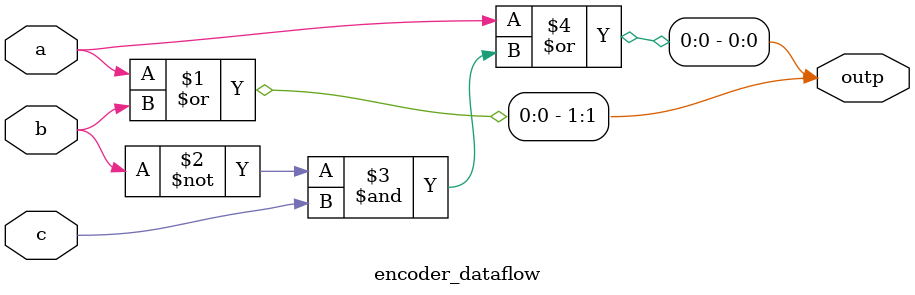
<source format=v>
`timescale 1ns / 1ps
module encoder_dataflow(
	 input a,
	 input b,
	 input c,
	 output [1:0] outp
    );

 assign outp[1] = a|b;
 assign outp[0] = a|((~b)&c); 


endmodule

</source>
